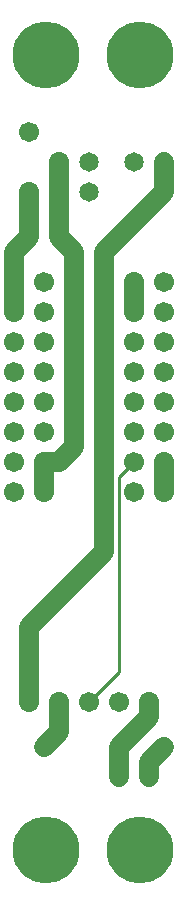
<source format=gtl>
%MOIN*%
%FSLAX25Y25*%
G04 D10 used for Character Trace; *
G04     Circle (OD=.01000) (No hole)*
G04 D11 used for Power Trace; *
G04     Circle (OD=.06500) (No hole)*
G04 D12 used for Signal Trace; *
G04     Circle (OD=.01100) (No hole)*
G04 D13 used for Via; *
G04     Circle (OD=.05800) (Round. Hole ID=.02800)*
G04 D14 used for Component hole; *
G04     Circle (OD=.06500) (Round. Hole ID=.03500)*
G04 D15 used for Component hole; *
G04     Circle (OD=.06700) (Round. Hole ID=.04300)*
G04 D16 used for Component hole; *
G04     Circle (OD=.08100) (Round. Hole ID=.05100)*
G04 D17 used for Component hole; *
G04     Circle (OD=.08900) (Round. Hole ID=.05900)*
G04 D18 used for Component hole; *
G04     Circle (OD=.11300) (Round. Hole ID=.08300)*
G04 D19 used for Component hole; *
G04     Circle (OD=.16000) (Round. Hole ID=.13000)*
G04 D20 used for Component hole; *
G04     Circle (OD=.18300) (Round. Hole ID=.15300)*
G04 D21 used for Component hole; *
G04     Circle (OD=.22291) (Round. Hole ID=.19291)*
%ADD10C,.01000*%
%ADD11C,.06500*%
%ADD12C,.01100*%
%ADD13C,.05800*%
%ADD14C,.06500*%
%ADD15C,.06700*%
%ADD16C,.08100*%
%ADD17C,.08900*%
%ADD18C,.11300*%
%ADD19C,.16000*%
%ADD20C,.18300*%
%ADD21C,.22291*%
%IPPOS*%
%LPD*%
G90*X0Y0D02*D21*X15625Y15625D03*D14*              
X40000Y40000D03*D11*Y50000D01*X50000Y60000D01*    
Y65000D01*D15*D03*D12*X30000D02*X40000Y75000D01*  
D15*X30000Y65000D03*D12*X40000Y75000D02*          
Y140000D01*X45000Y145000D01*D15*D03*              
X55000Y135000D03*D11*Y145000D01*D15*D03*          
X45000Y155000D03*Y135000D03*X55000Y155000D03*     
Y165000D03*X45000D03*D11*X10000Y90000D02*         
X35000Y115000D01*X10000Y65000D02*Y90000D01*D15*   
Y65000D03*D11*X15000Y50000D02*X20000Y55000D01*D14*
X15000Y50000D03*D11*X20000Y55000D02*Y65000D01*D15*
D03*X40000D03*D14*X50000Y40000D03*D11*Y45000D01*  
X55000Y50000D01*D14*D03*D21*X46875Y15625D03*D11*  
X35000Y115000D02*Y215000D01*X55000Y235000D01*     
Y245000D01*D14*D03*X45000D03*X30000D03*Y235000D03*
D11*X25000Y150000D02*Y215000D01*X20000Y145000D02* 
X25000Y150000D01*X15000Y145000D02*X20000D01*D15*  
X15000D03*D11*Y135000D01*D15*D03*X5000Y145000D03* 
Y135000D03*X15000Y155000D03*X5000D03*             
X15000Y165000D03*X5000D03*X55000Y175000D03*       
X45000D03*X15000D03*X5000D03*X55000Y185000D03*    
X45000D03*X15000D03*X5000D03*X55000Y195000D03*    
X45000D03*D11*Y205000D01*D15*D03*X55000D03*D11*   
X25000Y215000D02*X20000Y220000D01*Y245000D01*D15* 
D03*X10000Y255000D03*Y235000D03*D11*Y220000D01*   
X5000Y215000D01*Y205000D01*D15*D03*D11*Y195000D01*
D15*D03*X15000Y205000D03*Y195000D03*D21*          
X46875Y280625D03*X15625D03*M02*                   

</source>
